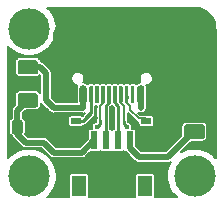
<source format=gtl>
G04 #@! TF.GenerationSoftware,KiCad,Pcbnew,(5.99.0-840-g2507f985a)*
G04 #@! TF.CreationDate,2020-03-22T20:28:13-03:00*
G04 #@! TF.ProjectId,Unified-Daughterboard,556e6966-6965-4642-9d44-617567687465,rev?*
G04 #@! TF.SameCoordinates,Original*
G04 #@! TF.FileFunction,Copper,L1,Top*
G04 #@! TF.FilePolarity,Positive*
%FSLAX46Y46*%
G04 Gerber Fmt 4.6, Leading zero omitted, Abs format (unit mm)*
G04 Created by KiCad (PCBNEW (5.99.0-840-g2507f985a)) date 2020-03-22 20:28:13*
%MOMM*%
%LPD*%
G01*
G04 APERTURE LIST*
%ADD10R,0.250000X0.550000*%
%ADD11R,0.300000X0.550000*%
%ADD12R,0.900000X0.500000*%
%ADD13O,1.100000X2.200000*%
%ADD14O,1.300000X1.900000*%
%ADD15C,3.500001*%
%ADD16R,0.600000X1.550000*%
%ADD17R,1.200000X1.800000*%
%ADD18C,0.508000*%
%ADD19C,0.450000*%
%ADD20C,0.508000*%
%ADD21C,0.254000*%
%ADD22C,0.152400*%
G04 APERTURE END LIST*
G04 #@! TA.AperFunction,SMDPad,CuDef*
G36*
X74050336Y-66145915D02*
G01*
X74090889Y-66173012D01*
X74117986Y-66213565D01*
X74127501Y-66261400D01*
X74127501Y-66561400D01*
X74117986Y-66609235D01*
X74090889Y-66649788D01*
X74050336Y-66676885D01*
X74002501Y-66686400D01*
X74002499Y-66686400D01*
X73954664Y-66676885D01*
X73914111Y-66649788D01*
X73887014Y-66609235D01*
X73877499Y-66561400D01*
X73877499Y-66261400D01*
X73887014Y-66213565D01*
X73914111Y-66173012D01*
X73954664Y-66145915D01*
X74002499Y-66136400D01*
X74002501Y-66136400D01*
X74050336Y-66145915D01*
G37*
G04 #@! TD.AperFunction*
D10*
X74502500Y-66411400D03*
D11*
X75002500Y-66411400D03*
D10*
X75502500Y-66411400D03*
X76002500Y-66411400D03*
X74502500Y-65641400D03*
X76002500Y-65641400D03*
X75502500Y-65641400D03*
X74002500Y-65641400D03*
D11*
X75002500Y-65641400D03*
G04 #@! TA.AperFunction,SMDPad,CuDef*
G36*
X82708171Y-63868030D02*
G01*
X82789277Y-63922223D01*
X82843470Y-64003329D01*
X82862500Y-64099000D01*
X82862500Y-64849000D01*
X82843470Y-64944671D01*
X82789277Y-65025777D01*
X82708171Y-65079970D01*
X82612500Y-65099000D01*
X81362500Y-65099000D01*
X81266829Y-65079970D01*
X81185723Y-65025777D01*
X81131530Y-64944671D01*
X81112500Y-64849000D01*
X81112500Y-64099000D01*
X81131530Y-64003329D01*
X81185723Y-63922223D01*
X81266829Y-63868030D01*
X81362500Y-63849000D01*
X82612500Y-63849000D01*
X82708171Y-63868030D01*
G37*
G04 #@! TD.AperFunction*
G04 #@! TA.AperFunction,SMDPad,CuDef*
G36*
X82708171Y-66668030D02*
G01*
X82789277Y-66722223D01*
X82843470Y-66803329D01*
X82862500Y-66899000D01*
X82862500Y-67649000D01*
X82843470Y-67744671D01*
X82789277Y-67825777D01*
X82708171Y-67879970D01*
X82612500Y-67899000D01*
X81362500Y-67899000D01*
X81266829Y-67879970D01*
X81185723Y-67825777D01*
X81131530Y-67744671D01*
X81112500Y-67649000D01*
X81112500Y-66899000D01*
X81131530Y-66803329D01*
X81185723Y-66722223D01*
X81266829Y-66668030D01*
X81362500Y-66649000D01*
X82612500Y-66649000D01*
X82708171Y-66668030D01*
G37*
G04 #@! TD.AperFunction*
D12*
X71954500Y-66379000D03*
X71954500Y-67879000D03*
G04 #@! TA.AperFunction,SMDPad,CuDef*
G36*
X68611171Y-64001030D02*
G01*
X68692277Y-64055223D01*
X68746470Y-64136329D01*
X68765500Y-64232000D01*
X68765500Y-64982000D01*
X68746470Y-65077671D01*
X68692277Y-65158777D01*
X68611171Y-65212970D01*
X68515500Y-65232000D01*
X67265500Y-65232000D01*
X67169829Y-65212970D01*
X67088723Y-65158777D01*
X67034530Y-65077671D01*
X67015500Y-64982000D01*
X67015500Y-64232000D01*
X67034530Y-64136329D01*
X67088723Y-64055223D01*
X67169829Y-64001030D01*
X67265500Y-63982000D01*
X68515500Y-63982000D01*
X68611171Y-64001030D01*
G37*
G04 #@! TD.AperFunction*
G04 #@! TA.AperFunction,SMDPad,CuDef*
G36*
X68611171Y-61201030D02*
G01*
X68692277Y-61255223D01*
X68746470Y-61336329D01*
X68765500Y-61432000D01*
X68765500Y-62182000D01*
X68746470Y-62277671D01*
X68692277Y-62358777D01*
X68611171Y-62412970D01*
X68515500Y-62432000D01*
X67265500Y-62432000D01*
X67169829Y-62412970D01*
X67088723Y-62358777D01*
X67034530Y-62277671D01*
X67015500Y-62182000D01*
X67015500Y-61432000D01*
X67034530Y-61336329D01*
X67088723Y-61255223D01*
X67169829Y-61201030D01*
X67265500Y-61182000D01*
X68515500Y-61182000D01*
X68611171Y-61201030D01*
G37*
G04 #@! TD.AperFunction*
G04 #@! TA.AperFunction,SMDPad,CuDef*
G36*
X70648171Y-66309030D02*
G01*
X70729277Y-66363223D01*
X70783470Y-66444329D01*
X70802500Y-66540000D01*
X70802500Y-67240000D01*
X70783470Y-67335671D01*
X70729277Y-67416777D01*
X70648171Y-67470970D01*
X70552500Y-67490000D01*
X70052500Y-67490000D01*
X69956829Y-67470970D01*
X69875723Y-67416777D01*
X69821530Y-67335671D01*
X69802500Y-67240000D01*
X69802500Y-66540000D01*
X69821530Y-66444329D01*
X69875723Y-66363223D01*
X69956829Y-66309030D01*
X70052500Y-66290000D01*
X70552500Y-66290000D01*
X70648171Y-66309030D01*
G37*
G04 #@! TD.AperFunction*
G04 #@! TA.AperFunction,SMDPad,CuDef*
G36*
X67348171Y-66309030D02*
G01*
X67429277Y-66363223D01*
X67483470Y-66444329D01*
X67502500Y-66540000D01*
X67502500Y-67240000D01*
X67483470Y-67335671D01*
X67429277Y-67416777D01*
X67348171Y-67470970D01*
X67252500Y-67490000D01*
X66752500Y-67490000D01*
X66656829Y-67470970D01*
X66575723Y-67416777D01*
X66521530Y-67335671D01*
X66502500Y-67240000D01*
X66502500Y-66540000D01*
X66521530Y-66444329D01*
X66575723Y-66363223D01*
X66656829Y-66309030D01*
X66752500Y-66290000D01*
X67252500Y-66290000D01*
X67348171Y-66309030D01*
G37*
G04 #@! TD.AperFunction*
D13*
X70702500Y-63343000D03*
D14*
X70702500Y-59143000D03*
X79302500Y-59143000D03*
G04 #@! TA.AperFunction,SMDPad,CuDef*
G36*
X78459903Y-63404418D02*
G01*
X78508566Y-63436934D01*
X78541082Y-63485597D01*
X78552500Y-63543000D01*
X78552500Y-64693000D01*
X78541082Y-64750403D01*
X78508566Y-64799066D01*
X78459903Y-64831582D01*
X78402500Y-64843000D01*
X78102500Y-64843000D01*
X78045097Y-64831582D01*
X77996434Y-64799066D01*
X77963918Y-64750403D01*
X77952500Y-64693000D01*
X77952500Y-63543000D01*
X77963918Y-63485597D01*
X77996434Y-63436934D01*
X78045097Y-63404418D01*
X78102500Y-63393000D01*
X78402500Y-63393000D01*
X78459903Y-63404418D01*
G37*
G04 #@! TD.AperFunction*
G04 #@! TA.AperFunction,SMDPad,CuDef*
G36*
X76856201Y-63398709D02*
G01*
X76880533Y-63414967D01*
X76896791Y-63439299D01*
X76902500Y-63468000D01*
X76902500Y-64768000D01*
X76896791Y-64796701D01*
X76880533Y-64821033D01*
X76856201Y-64837291D01*
X76827500Y-64843000D01*
X76677500Y-64843000D01*
X76648799Y-64837291D01*
X76624467Y-64821033D01*
X76608209Y-64796701D01*
X76602500Y-64768000D01*
X76602500Y-63468000D01*
X76608209Y-63439299D01*
X76624467Y-63414967D01*
X76648799Y-63398709D01*
X76677500Y-63393000D01*
X76827500Y-63393000D01*
X76856201Y-63398709D01*
G37*
G04 #@! TD.AperFunction*
G04 #@! TA.AperFunction,SMDPad,CuDef*
G36*
X76356201Y-63398709D02*
G01*
X76380533Y-63414967D01*
X76396791Y-63439299D01*
X76402500Y-63468000D01*
X76402500Y-64768000D01*
X76396791Y-64796701D01*
X76380533Y-64821033D01*
X76356201Y-64837291D01*
X76327500Y-64843000D01*
X76177500Y-64843000D01*
X76148799Y-64837291D01*
X76124467Y-64821033D01*
X76108209Y-64796701D01*
X76102500Y-64768000D01*
X76102500Y-63468000D01*
X76108209Y-63439299D01*
X76124467Y-63414967D01*
X76148799Y-63398709D01*
X76177500Y-63393000D01*
X76327500Y-63393000D01*
X76356201Y-63398709D01*
G37*
G04 #@! TD.AperFunction*
G04 #@! TA.AperFunction,SMDPad,CuDef*
G36*
X75856201Y-63398709D02*
G01*
X75880533Y-63414967D01*
X75896791Y-63439299D01*
X75902500Y-63468000D01*
X75902500Y-64768000D01*
X75896791Y-64796701D01*
X75880533Y-64821033D01*
X75856201Y-64837291D01*
X75827500Y-64843000D01*
X75677500Y-64843000D01*
X75648799Y-64837291D01*
X75624467Y-64821033D01*
X75608209Y-64796701D01*
X75602500Y-64768000D01*
X75602500Y-63468000D01*
X75608209Y-63439299D01*
X75624467Y-63414967D01*
X75648799Y-63398709D01*
X75677500Y-63393000D01*
X75827500Y-63393000D01*
X75856201Y-63398709D01*
G37*
G04 #@! TD.AperFunction*
G04 #@! TA.AperFunction,SMDPad,CuDef*
G36*
X75360201Y-63398709D02*
G01*
X75384533Y-63414967D01*
X75400791Y-63439299D01*
X75406500Y-63468000D01*
X75406500Y-64768000D01*
X75400791Y-64796701D01*
X75384533Y-64821033D01*
X75360201Y-64837291D01*
X75331500Y-64843000D01*
X75181500Y-64843000D01*
X75152799Y-64837291D01*
X75128467Y-64821033D01*
X75112209Y-64796701D01*
X75106500Y-64768000D01*
X75106500Y-63468000D01*
X75112209Y-63439299D01*
X75128467Y-63414967D01*
X75152799Y-63398709D01*
X75181500Y-63393000D01*
X75331500Y-63393000D01*
X75360201Y-63398709D01*
G37*
G04 #@! TD.AperFunction*
G04 #@! TA.AperFunction,SMDPad,CuDef*
G36*
X73356201Y-63398709D02*
G01*
X73380533Y-63414967D01*
X73396791Y-63439299D01*
X73402500Y-63468000D01*
X73402500Y-64768000D01*
X73396791Y-64796701D01*
X73380533Y-64821033D01*
X73356201Y-64837291D01*
X73327500Y-64843000D01*
X73177500Y-64843000D01*
X73148799Y-64837291D01*
X73124467Y-64821033D01*
X73108209Y-64796701D01*
X73102500Y-64768000D01*
X73102500Y-63468000D01*
X73108209Y-63439299D01*
X73124467Y-63414967D01*
X73148799Y-63398709D01*
X73177500Y-63393000D01*
X73327500Y-63393000D01*
X73356201Y-63398709D01*
G37*
G04 #@! TD.AperFunction*
G04 #@! TA.AperFunction,SMDPad,CuDef*
G36*
X73856201Y-63398709D02*
G01*
X73880533Y-63414967D01*
X73896791Y-63439299D01*
X73902500Y-63468000D01*
X73902500Y-64768000D01*
X73896791Y-64796701D01*
X73880533Y-64821033D01*
X73856201Y-64837291D01*
X73827500Y-64843000D01*
X73677500Y-64843000D01*
X73648799Y-64837291D01*
X73624467Y-64821033D01*
X73608209Y-64796701D01*
X73602500Y-64768000D01*
X73602500Y-63468000D01*
X73608209Y-63439299D01*
X73624467Y-63414967D01*
X73648799Y-63398709D01*
X73677500Y-63393000D01*
X73827500Y-63393000D01*
X73856201Y-63398709D01*
G37*
G04 #@! TD.AperFunction*
G04 #@! TA.AperFunction,SMDPad,CuDef*
G36*
X74356201Y-63398709D02*
G01*
X74380533Y-63414967D01*
X74396791Y-63439299D01*
X74402500Y-63468000D01*
X74402500Y-64768000D01*
X74396791Y-64796701D01*
X74380533Y-64821033D01*
X74356201Y-64837291D01*
X74327500Y-64843000D01*
X74177500Y-64843000D01*
X74148799Y-64837291D01*
X74124467Y-64821033D01*
X74108209Y-64796701D01*
X74102500Y-64768000D01*
X74102500Y-63468000D01*
X74108209Y-63439299D01*
X74124467Y-63414967D01*
X74148799Y-63398709D01*
X74177500Y-63393000D01*
X74327500Y-63393000D01*
X74356201Y-63398709D01*
G37*
G04 #@! TD.AperFunction*
G04 #@! TA.AperFunction,SMDPad,CuDef*
G36*
X74856201Y-63398709D02*
G01*
X74880533Y-63414967D01*
X74896791Y-63439299D01*
X74902500Y-63468000D01*
X74902500Y-64768000D01*
X74896791Y-64796701D01*
X74880533Y-64821033D01*
X74856201Y-64837291D01*
X74827500Y-64843000D01*
X74677500Y-64843000D01*
X74648799Y-64837291D01*
X74624467Y-64821033D01*
X74608209Y-64796701D01*
X74602500Y-64768000D01*
X74602500Y-63468000D01*
X74608209Y-63439299D01*
X74624467Y-63414967D01*
X74648799Y-63398709D01*
X74677500Y-63393000D01*
X74827500Y-63393000D01*
X74856201Y-63398709D01*
G37*
G04 #@! TD.AperFunction*
D13*
X79302500Y-63343000D03*
G04 #@! TA.AperFunction,SMDPad,CuDef*
G36*
X77659903Y-63404418D02*
G01*
X77708566Y-63436934D01*
X77741082Y-63485597D01*
X77752500Y-63543000D01*
X77752500Y-64693000D01*
X77741082Y-64750403D01*
X77708566Y-64799066D01*
X77659903Y-64831582D01*
X77602500Y-64843000D01*
X77302500Y-64843000D01*
X77245097Y-64831582D01*
X77196434Y-64799066D01*
X77163918Y-64750403D01*
X77152500Y-64693000D01*
X77152500Y-63543000D01*
X77163918Y-63485597D01*
X77196434Y-63436934D01*
X77245097Y-63404418D01*
X77302500Y-63393000D01*
X77602500Y-63393000D01*
X77659903Y-63404418D01*
G37*
G04 #@! TD.AperFunction*
G04 #@! TA.AperFunction,SMDPad,CuDef*
G36*
X71959903Y-63404418D02*
G01*
X72008566Y-63436934D01*
X72041082Y-63485597D01*
X72052500Y-63543000D01*
X72052500Y-64693000D01*
X72041082Y-64750403D01*
X72008566Y-64799066D01*
X71959903Y-64831582D01*
X71902500Y-64843000D01*
X71602500Y-64843000D01*
X71545097Y-64831582D01*
X71496434Y-64799066D01*
X71463918Y-64750403D01*
X71452500Y-64693000D01*
X71452500Y-63543000D01*
X71463918Y-63485597D01*
X71496434Y-63436934D01*
X71545097Y-63404418D01*
X71602500Y-63393000D01*
X71902500Y-63393000D01*
X71959903Y-63404418D01*
G37*
G04 #@! TD.AperFunction*
G04 #@! TA.AperFunction,SMDPad,CuDef*
G36*
X72759903Y-63404418D02*
G01*
X72808566Y-63436934D01*
X72841082Y-63485597D01*
X72852500Y-63543000D01*
X72852500Y-64693000D01*
X72841082Y-64750403D01*
X72808566Y-64799066D01*
X72759903Y-64831582D01*
X72702500Y-64843000D01*
X72402500Y-64843000D01*
X72345097Y-64831582D01*
X72296434Y-64799066D01*
X72263918Y-64750403D01*
X72252500Y-64693000D01*
X72252500Y-63543000D01*
X72263918Y-63485597D01*
X72296434Y-63436934D01*
X72345097Y-63404418D01*
X72402500Y-63393000D01*
X72702500Y-63393000D01*
X72759903Y-63404418D01*
G37*
G04 #@! TD.AperFunction*
D15*
X68004500Y-58543000D03*
X82004500Y-58543000D03*
X68004500Y-71043000D03*
X82004500Y-71043000D03*
D16*
X75504500Y-68018000D03*
X76504500Y-68018000D03*
X74504500Y-68018000D03*
X73504500Y-68018000D03*
D17*
X72204500Y-71893000D03*
X77804500Y-71893000D03*
D12*
X77923500Y-67879000D03*
X77923500Y-66379000D03*
D18*
X75502500Y-68016000D03*
X74504500Y-68018000D03*
D19*
X76272500Y-66890000D03*
X73732500Y-66890000D03*
X75002500Y-66026400D03*
D18*
X77452500Y-65239000D03*
X72552500Y-65239000D03*
D20*
X79755300Y-69430000D02*
X81987500Y-67197800D01*
X77288500Y-69430000D02*
X79755300Y-69430000D01*
D21*
X74504500Y-68018000D02*
X74504500Y-66892000D01*
X74504500Y-66892000D02*
X74502500Y-66890000D01*
X75502500Y-66890000D02*
X75502500Y-68016000D01*
X75502500Y-68016000D02*
X75504500Y-68018000D01*
X74502500Y-66890000D02*
X74502500Y-66411400D01*
X75502500Y-66890000D02*
X75502500Y-66411400D01*
X75256500Y-63568000D02*
X75256500Y-64842828D01*
X75256500Y-64842828D02*
X75502500Y-65088828D01*
X74502500Y-65088828D02*
X74502500Y-65057432D01*
X74502500Y-65057432D02*
X74752500Y-64807432D01*
X74752500Y-64807432D02*
X74752500Y-63568000D01*
X75502500Y-66890000D02*
X75502500Y-65088828D01*
X74502500Y-66890000D02*
X74502500Y-65088828D01*
X75502500Y-66890000D02*
X75502500Y-65641400D01*
X76002500Y-66411400D02*
X76002500Y-66620000D01*
X76002500Y-66620000D02*
X76272500Y-66890000D01*
X74002500Y-66411400D02*
X74002500Y-66620000D01*
X74002500Y-66620000D02*
X73732500Y-66890000D01*
D20*
X67129500Y-65368000D02*
X67890500Y-64607000D01*
X70059910Y-65249410D02*
X72542090Y-65249410D01*
X69414718Y-64604218D02*
X70059910Y-65249410D01*
X67890500Y-61807000D02*
X68903500Y-61807000D01*
X69414718Y-62318218D02*
X69414718Y-64604218D01*
X68903500Y-61807000D02*
X69414718Y-62318218D01*
X72542090Y-65249410D02*
X72552500Y-65239000D01*
D22*
X72834500Y-66013000D02*
X73252500Y-65595000D01*
X77261700Y-66140000D02*
X76526500Y-65404800D01*
X76252500Y-64840445D02*
X76252500Y-63568000D01*
X77923500Y-66140000D02*
X77261700Y-66140000D01*
X76526500Y-65404800D02*
X76526500Y-65114445D01*
X76526500Y-65114445D02*
X76252500Y-64840445D01*
D20*
X72473500Y-69049000D02*
X73504500Y-68018000D01*
X77452500Y-64895480D02*
X77452500Y-65239000D01*
X72552500Y-64895480D02*
X72552500Y-65239000D01*
X72552500Y-63568000D02*
X72552500Y-64895480D01*
D22*
X73252500Y-63568000D02*
X73252500Y-65595000D01*
D20*
X76504500Y-68646000D02*
X77288500Y-69430000D01*
X76504500Y-68018000D02*
X76504500Y-68646000D01*
D22*
X76002500Y-66411400D02*
X76002500Y-65088828D01*
X76002500Y-65088828D02*
X75752500Y-64838828D01*
X75752500Y-64838828D02*
X75752500Y-63568000D01*
X75502500Y-66411400D02*
X75502500Y-65088828D01*
X74002500Y-66411400D02*
X74002500Y-65088828D01*
X74002500Y-65088828D02*
X74252500Y-64838828D01*
X74252500Y-64838828D02*
X74252500Y-63568000D01*
X74502500Y-66411400D02*
X74502500Y-65088828D01*
D20*
X77452500Y-63568000D02*
X77452500Y-64895480D01*
D21*
X75504500Y-68018000D02*
X75504500Y-68018000D01*
D20*
X73504500Y-67814000D02*
X73504500Y-68018000D01*
X73504500Y-68018000D02*
X73504500Y-68018000D01*
D21*
X76254500Y-64238000D02*
X76254500Y-64389000D01*
X76254500Y-64389000D02*
X76231501Y-64411999D01*
D20*
X79324500Y-59143000D02*
X79324500Y-59283000D01*
X68004500Y-71043000D02*
X68004500Y-70950000D01*
X71105900Y-69049000D02*
X70369300Y-69049000D01*
X71105900Y-69049000D02*
X72473500Y-69049000D01*
X70064500Y-69049000D02*
X72473500Y-69049000D01*
X69231000Y-68215500D02*
X70064500Y-69049000D01*
D21*
X73252500Y-63568000D02*
X73252500Y-65704000D01*
X72577500Y-66379000D02*
X71954500Y-66379000D01*
X73252500Y-65704000D02*
X72577500Y-66379000D01*
D20*
X67002500Y-65495000D02*
X67890500Y-64607000D01*
X67002500Y-66890000D02*
X67002500Y-65495000D01*
X67002500Y-66890000D02*
X67002500Y-67511000D01*
X67707000Y-68215500D02*
X68596000Y-68215500D01*
X67002500Y-67511000D02*
X67707000Y-68215500D01*
X68074000Y-68215500D02*
X68596000Y-68215500D01*
X68596000Y-68215500D02*
X69231000Y-68215500D01*
G36*
X81973471Y-56773072D02*
G01*
X81983129Y-56775046D01*
X82253387Y-56794182D01*
X82497329Y-56846701D01*
X82731414Y-56933059D01*
X82951008Y-57051546D01*
X83151714Y-57199789D01*
X83329522Y-57374827D01*
X83480904Y-57573184D01*
X83602826Y-57790891D01*
X83692852Y-58023592D01*
X83749192Y-58266661D01*
X83771356Y-58522579D01*
X83771570Y-58549760D01*
X83772933Y-58559523D01*
X83776900Y-58573876D01*
X83776901Y-69521699D01*
X83749275Y-69486339D01*
X83745949Y-69482619D01*
X83528069Y-69269255D01*
X83524281Y-69266008D01*
X83280096Y-69083335D01*
X83275912Y-69080617D01*
X83009712Y-68931843D01*
X83005205Y-68929703D01*
X82721668Y-68817443D01*
X82716918Y-68815918D01*
X82421024Y-68742143D01*
X82416113Y-68741260D01*
X82113062Y-68707268D01*
X82108078Y-68707041D01*
X81803193Y-68713428D01*
X81798223Y-68713863D01*
X81496860Y-68760516D01*
X81491991Y-68761604D01*
X81199447Y-68847705D01*
X81194765Y-68849428D01*
X80916177Y-68973462D01*
X80911763Y-68975789D01*
X80864102Y-69005110D01*
X81739627Y-68129586D01*
X82611297Y-68129586D01*
X82618650Y-68128862D01*
X82786547Y-68095465D01*
X82800233Y-68089796D01*
X82945654Y-67992629D01*
X82956129Y-67982154D01*
X83053296Y-67836733D01*
X83058965Y-67823047D01*
X83092362Y-67655150D01*
X83093086Y-67647797D01*
X83093086Y-66900203D01*
X83092362Y-66892850D01*
X83058965Y-66724953D01*
X83053296Y-66711267D01*
X82956129Y-66565846D01*
X82945654Y-66555371D01*
X82800233Y-66458204D01*
X82786547Y-66452535D01*
X82618650Y-66419138D01*
X82611297Y-66418414D01*
X81363703Y-66418414D01*
X81356350Y-66419138D01*
X81188453Y-66452535D01*
X81174767Y-66458204D01*
X81029346Y-66555371D01*
X81018871Y-66565846D01*
X80921704Y-66711267D01*
X80916035Y-66724953D01*
X80882638Y-66892850D01*
X80881914Y-66900203D01*
X80881914Y-67619473D01*
X79554988Y-68946400D01*
X77488813Y-68946400D01*
X77035086Y-68492674D01*
X77035086Y-67239306D01*
X77034362Y-67231953D01*
X77020368Y-67161601D01*
X77014699Y-67147915D01*
X76972785Y-67085188D01*
X76962312Y-67074715D01*
X76899585Y-67032801D01*
X76885899Y-67027132D01*
X76815547Y-67013138D01*
X76808194Y-67012414D01*
X76713849Y-67012414D01*
X76724209Y-66987402D01*
X76727099Y-66972874D01*
X76727099Y-66807126D01*
X76724209Y-66792598D01*
X76660780Y-66639467D01*
X76652551Y-66627151D01*
X76535349Y-66509949D01*
X76523033Y-66501720D01*
X76369902Y-66438291D01*
X76359100Y-66436142D01*
X76359100Y-66375458D01*
X76358155Y-66367069D01*
X76358086Y-66366766D01*
X76358086Y-66132706D01*
X76357362Y-66125353D01*
X76343368Y-66055001D01*
X76337699Y-66041315D01*
X76327733Y-66026400D01*
X76337699Y-66011485D01*
X76343368Y-65997799D01*
X76357362Y-65927447D01*
X76358086Y-65920094D01*
X76358086Y-65668852D01*
X77071218Y-66381985D01*
X77071225Y-66381990D01*
X77096159Y-66406925D01*
X77113307Y-66416825D01*
X77143670Y-66424961D01*
X77170885Y-66440674D01*
X77190011Y-66445799D01*
X77226724Y-66445799D01*
X77226732Y-66445800D01*
X77242914Y-66445800D01*
X77242914Y-66632694D01*
X77243638Y-66640047D01*
X77257632Y-66710399D01*
X77263301Y-66724085D01*
X77305215Y-66786812D01*
X77315688Y-66797285D01*
X77378415Y-66839199D01*
X77392101Y-66844868D01*
X77462453Y-66858862D01*
X77469806Y-66859586D01*
X78377194Y-66859586D01*
X78384547Y-66858862D01*
X78454899Y-66844868D01*
X78468585Y-66839199D01*
X78531312Y-66797285D01*
X78541785Y-66786812D01*
X78583699Y-66724085D01*
X78589368Y-66710399D01*
X78603362Y-66640047D01*
X78604086Y-66632694D01*
X78604086Y-66125306D01*
X78603362Y-66117953D01*
X78589368Y-66047601D01*
X78583699Y-66033915D01*
X78541785Y-65971188D01*
X78531312Y-65960715D01*
X78468585Y-65918801D01*
X78454899Y-65913132D01*
X78384547Y-65899138D01*
X78377194Y-65898414D01*
X78114379Y-65898414D01*
X78089041Y-65873075D01*
X78071893Y-65863175D01*
X77968559Y-65835487D01*
X77958786Y-65834200D01*
X77388366Y-65834200D01*
X77220522Y-65666357D01*
X77223435Y-65667563D01*
X77257530Y-65690345D01*
X77271215Y-65696014D01*
X77311438Y-65704015D01*
X77349329Y-65719710D01*
X77363858Y-65722600D01*
X77404870Y-65722600D01*
X77445093Y-65730601D01*
X77459907Y-65730601D01*
X77500130Y-65722600D01*
X77541142Y-65722600D01*
X77555671Y-65719710D01*
X77593563Y-65704015D01*
X77633785Y-65696014D01*
X77647470Y-65690345D01*
X77681570Y-65667562D01*
X77719461Y-65651866D01*
X77731777Y-65643637D01*
X77760774Y-65614639D01*
X77794877Y-65591852D01*
X77805352Y-65581377D01*
X77828137Y-65547276D01*
X77857137Y-65518277D01*
X77865366Y-65505961D01*
X77881062Y-65468070D01*
X77903845Y-65433970D01*
X77909514Y-65420285D01*
X77917515Y-65380063D01*
X77933210Y-65342171D01*
X77936100Y-65327642D01*
X77936100Y-64866057D01*
X77951057Y-64843673D01*
X77956726Y-64829987D01*
X77982362Y-64701110D01*
X77983086Y-64693756D01*
X77983086Y-63542244D01*
X77982362Y-63534890D01*
X77956726Y-63406013D01*
X77951057Y-63392328D01*
X77919776Y-63345511D01*
X78033973Y-63331287D01*
X78044311Y-63328469D01*
X78179647Y-63269903D01*
X78188779Y-63264297D01*
X78302236Y-63170102D01*
X78309427Y-63162158D01*
X78391887Y-63039905D01*
X78396559Y-63030262D01*
X78441464Y-62889559D01*
X78443251Y-62878526D01*
X78445201Y-62718956D01*
X78443684Y-62707882D01*
X78402231Y-62566125D01*
X78397796Y-62556371D01*
X78318346Y-62432139D01*
X78311352Y-62424022D01*
X78200228Y-62327083D01*
X78191237Y-62321255D01*
X78057373Y-62259401D01*
X78047107Y-62256331D01*
X77901263Y-62234534D01*
X77890548Y-62234469D01*
X77744448Y-62254482D01*
X77734146Y-62257426D01*
X77599536Y-62317641D01*
X77590474Y-62323358D01*
X77478174Y-62418933D01*
X77471082Y-62426964D01*
X77390121Y-62550215D01*
X77385567Y-62559914D01*
X77342453Y-62700935D01*
X77340804Y-62711522D01*
X77339002Y-62858975D01*
X77340391Y-62869600D01*
X77380048Y-63011631D01*
X77384363Y-63021438D01*
X77421495Y-63081093D01*
X77271215Y-63110986D01*
X77257529Y-63116655D01*
X77110123Y-63215148D01*
X77099649Y-63225623D01*
X77095203Y-63232277D01*
X77051147Y-63261714D01*
X77048389Y-63257586D01*
X77037914Y-63247111D01*
X76950379Y-63188622D01*
X76936693Y-63182953D01*
X76837079Y-63163138D01*
X76829725Y-63162414D01*
X76675275Y-63162414D01*
X76667921Y-63163138D01*
X76568307Y-63182953D01*
X76554621Y-63188622D01*
X76502500Y-63223448D01*
X76450379Y-63188622D01*
X76436693Y-63182953D01*
X76337079Y-63163138D01*
X76329725Y-63162414D01*
X76175275Y-63162414D01*
X76167921Y-63163138D01*
X76068307Y-63182953D01*
X76054621Y-63188622D01*
X76002500Y-63223448D01*
X75950379Y-63188622D01*
X75936693Y-63182953D01*
X75837079Y-63163138D01*
X75829725Y-63162414D01*
X75675275Y-63162414D01*
X75667921Y-63163138D01*
X75568307Y-63182953D01*
X75554621Y-63188622D01*
X75504500Y-63222112D01*
X75454379Y-63188622D01*
X75440693Y-63182953D01*
X75341079Y-63163138D01*
X75333725Y-63162414D01*
X75179275Y-63162414D01*
X75171921Y-63163138D01*
X75072307Y-63182953D01*
X75058621Y-63188622D01*
X75004500Y-63224784D01*
X74950379Y-63188622D01*
X74936693Y-63182953D01*
X74837079Y-63163138D01*
X74829725Y-63162414D01*
X74675275Y-63162414D01*
X74667921Y-63163138D01*
X74568307Y-63182953D01*
X74554621Y-63188622D01*
X74502500Y-63223448D01*
X74450379Y-63188622D01*
X74436693Y-63182953D01*
X74337079Y-63163138D01*
X74329725Y-63162414D01*
X74175275Y-63162414D01*
X74167921Y-63163138D01*
X74068307Y-63182953D01*
X74054621Y-63188622D01*
X74002500Y-63223448D01*
X73950379Y-63188622D01*
X73936693Y-63182953D01*
X73837079Y-63163138D01*
X73829725Y-63162414D01*
X73675275Y-63162414D01*
X73667921Y-63163138D01*
X73568307Y-63182953D01*
X73554621Y-63188622D01*
X73502500Y-63223448D01*
X73450379Y-63188622D01*
X73436693Y-63182953D01*
X73337079Y-63163138D01*
X73329725Y-63162414D01*
X73175275Y-63162414D01*
X73167921Y-63163138D01*
X73068307Y-63182953D01*
X73054621Y-63188622D01*
X72967086Y-63247111D01*
X72956611Y-63257586D01*
X72953853Y-63261714D01*
X72909798Y-63232278D01*
X72905351Y-63225622D01*
X72894877Y-63215148D01*
X72747469Y-63116655D01*
X72733784Y-63110986D01*
X72584035Y-63081198D01*
X72611887Y-63039905D01*
X72616559Y-63030262D01*
X72661464Y-62889559D01*
X72663251Y-62878526D01*
X72665201Y-62718956D01*
X72663684Y-62707882D01*
X72622231Y-62566125D01*
X72617796Y-62556371D01*
X72538346Y-62432139D01*
X72531352Y-62424022D01*
X72420228Y-62327083D01*
X72411237Y-62321255D01*
X72277373Y-62259401D01*
X72267107Y-62256331D01*
X72121263Y-62234534D01*
X72110548Y-62234469D01*
X71964448Y-62254482D01*
X71954146Y-62257426D01*
X71819536Y-62317641D01*
X71810474Y-62323358D01*
X71698174Y-62418933D01*
X71691082Y-62426964D01*
X71610121Y-62550215D01*
X71605567Y-62559914D01*
X71562453Y-62700935D01*
X71560804Y-62711522D01*
X71559002Y-62858975D01*
X71560391Y-62869600D01*
X71600048Y-63011631D01*
X71604363Y-63021438D01*
X71682289Y-63146632D01*
X71689184Y-63154834D01*
X71799115Y-63253123D01*
X71808034Y-63259060D01*
X71941133Y-63322545D01*
X71951360Y-63325740D01*
X72084073Y-63347235D01*
X72053943Y-63392328D01*
X72048274Y-63406013D01*
X72022638Y-63534890D01*
X72021914Y-63542244D01*
X72021914Y-64693756D01*
X72022638Y-64701110D01*
X72035508Y-64765810D01*
X70260223Y-64765810D01*
X69898318Y-64403906D01*
X69898318Y-62365842D01*
X69906318Y-62325624D01*
X69906318Y-62310810D01*
X69897595Y-62266958D01*
X69897594Y-62266947D01*
X69871732Y-62136933D01*
X69866063Y-62123247D01*
X69767570Y-61975841D01*
X69757095Y-61965366D01*
X69722992Y-61942579D01*
X69279141Y-61498729D01*
X69256352Y-61464623D01*
X69245877Y-61454148D01*
X69098471Y-61355655D01*
X69084785Y-61349986D01*
X68975966Y-61328340D01*
X68961965Y-61257953D01*
X68956296Y-61244267D01*
X68859129Y-61098846D01*
X68848654Y-61088371D01*
X68703233Y-60991204D01*
X68689547Y-60985535D01*
X68521650Y-60952138D01*
X68514297Y-60951414D01*
X67266703Y-60951414D01*
X67259350Y-60952138D01*
X67091453Y-60985535D01*
X67077767Y-60991204D01*
X66932346Y-61088371D01*
X66921871Y-61098846D01*
X66824704Y-61244267D01*
X66819035Y-61257953D01*
X66785638Y-61425850D01*
X66784914Y-61433203D01*
X66784914Y-62180797D01*
X66785638Y-62188150D01*
X66819035Y-62356047D01*
X66824704Y-62369733D01*
X66921871Y-62515154D01*
X66932346Y-62525629D01*
X67077767Y-62622796D01*
X67091453Y-62628465D01*
X67259350Y-62661862D01*
X67266703Y-62662586D01*
X68514297Y-62662586D01*
X68521650Y-62661862D01*
X68689547Y-62628465D01*
X68703233Y-62622796D01*
X68848654Y-62525629D01*
X68859129Y-62515154D01*
X68886611Y-62474024D01*
X68931118Y-62518531D01*
X68931119Y-64006586D01*
X68859129Y-63898846D01*
X68848654Y-63888371D01*
X68703233Y-63791204D01*
X68689547Y-63785535D01*
X68521650Y-63752138D01*
X68514297Y-63751414D01*
X67266703Y-63751414D01*
X67259350Y-63752138D01*
X67091453Y-63785535D01*
X67077767Y-63791204D01*
X66932346Y-63888371D01*
X66921871Y-63898846D01*
X66824704Y-64044267D01*
X66819035Y-64057953D01*
X66785638Y-64225850D01*
X66784914Y-64233203D01*
X66784914Y-64980797D01*
X66785638Y-64988150D01*
X66792241Y-65021347D01*
X66694227Y-65119361D01*
X66660124Y-65142148D01*
X66649649Y-65152623D01*
X66624802Y-65189809D01*
X66551155Y-65300030D01*
X66545486Y-65313716D01*
X66510899Y-65487593D01*
X66510899Y-65502407D01*
X66518901Y-65542635D01*
X66518901Y-66129850D01*
X66419346Y-66196371D01*
X66408871Y-66206846D01*
X66311704Y-66352267D01*
X66306035Y-66365953D01*
X66272638Y-66533850D01*
X66271914Y-66541203D01*
X66271914Y-67238797D01*
X66272638Y-67246150D01*
X66306035Y-67414047D01*
X66311704Y-67427733D01*
X66408871Y-67573154D01*
X66419346Y-67583629D01*
X66539895Y-67664178D01*
X66545486Y-67692284D01*
X66551155Y-67705970D01*
X66622749Y-67813119D01*
X66649649Y-67853377D01*
X66660124Y-67863852D01*
X66694227Y-67886639D01*
X67331363Y-68523776D01*
X67354148Y-68557877D01*
X67364623Y-68568352D01*
X67512029Y-68666845D01*
X67525715Y-68672514D01*
X67655729Y-68698376D01*
X67655740Y-68698377D01*
X67699592Y-68707100D01*
X67714406Y-68707100D01*
X67754624Y-68699100D01*
X69030688Y-68699100D01*
X69688863Y-69357276D01*
X69711648Y-69391377D01*
X69722123Y-69401852D01*
X69762380Y-69428751D01*
X69869530Y-69500345D01*
X69883215Y-69506014D01*
X70057092Y-69540601D01*
X70071906Y-69540601D01*
X70112129Y-69532600D01*
X72425870Y-69532600D01*
X72466093Y-69540601D01*
X72480907Y-69540601D01*
X72528394Y-69531155D01*
X72654785Y-69506014D01*
X72668471Y-69500345D01*
X72815877Y-69401852D01*
X72826352Y-69391377D01*
X72849141Y-69357271D01*
X73185193Y-69021219D01*
X73193452Y-69022862D01*
X73200806Y-69023586D01*
X73808194Y-69023586D01*
X73815547Y-69022862D01*
X73885899Y-69008868D01*
X73899585Y-69003199D01*
X73962312Y-68961285D01*
X73972785Y-68950812D01*
X74004500Y-68903348D01*
X74036215Y-68950812D01*
X74046688Y-68961285D01*
X74109415Y-69003199D01*
X74123101Y-69008868D01*
X74193453Y-69022862D01*
X74200806Y-69023586D01*
X74808194Y-69023586D01*
X74815547Y-69022862D01*
X74885899Y-69008868D01*
X74899585Y-69003199D01*
X74962312Y-68961285D01*
X74972785Y-68950812D01*
X75004500Y-68903348D01*
X75036215Y-68950812D01*
X75046688Y-68961285D01*
X75109415Y-69003199D01*
X75123101Y-69008868D01*
X75193453Y-69022862D01*
X75200806Y-69023586D01*
X75808194Y-69023586D01*
X75815547Y-69022862D01*
X75885899Y-69008868D01*
X75899585Y-69003199D01*
X75962312Y-68961285D01*
X75972785Y-68950812D01*
X76004500Y-68903348D01*
X76036215Y-68950812D01*
X76046688Y-68961285D01*
X76109415Y-69003199D01*
X76123101Y-69008868D01*
X76193453Y-69022862D01*
X76197887Y-69023299D01*
X76912863Y-69738276D01*
X76935648Y-69772377D01*
X76946123Y-69782852D01*
X77093529Y-69881345D01*
X77107215Y-69887014D01*
X77237229Y-69912876D01*
X77237240Y-69912877D01*
X77281092Y-69921600D01*
X77295906Y-69921600D01*
X77336124Y-69913600D01*
X79707670Y-69913600D01*
X79747893Y-69921601D01*
X79762707Y-69921601D01*
X79810194Y-69912155D01*
X79936585Y-69887014D01*
X79950271Y-69881345D01*
X79995704Y-69850988D01*
X79872755Y-70082220D01*
X79870710Y-70086771D01*
X79764412Y-70372598D01*
X79762986Y-70377379D01*
X79695425Y-70674753D01*
X79694645Y-70679681D01*
X79667006Y-70983378D01*
X79666884Y-70988366D01*
X79679654Y-71293049D01*
X79680193Y-71298010D01*
X79733148Y-71598329D01*
X79734338Y-71603174D01*
X79826545Y-71893852D01*
X79828366Y-71898497D01*
X79958208Y-72174426D01*
X79960627Y-72178790D01*
X80125823Y-72435121D01*
X80128797Y-72439127D01*
X80326442Y-72671360D01*
X80329920Y-72674937D01*
X80485920Y-72815400D01*
X78632104Y-72815400D01*
X78634362Y-72804047D01*
X78635086Y-72796694D01*
X78635086Y-70989306D01*
X78634362Y-70981953D01*
X78620368Y-70911601D01*
X78614699Y-70897915D01*
X78572785Y-70835188D01*
X78562312Y-70824715D01*
X78499585Y-70782801D01*
X78485899Y-70777132D01*
X78415547Y-70763138D01*
X78408194Y-70762414D01*
X77200806Y-70762414D01*
X77193453Y-70763138D01*
X77123101Y-70777132D01*
X77109415Y-70782801D01*
X77046688Y-70824715D01*
X77036215Y-70835188D01*
X76994301Y-70897915D01*
X76988632Y-70911601D01*
X76974638Y-70981953D01*
X76973914Y-70989306D01*
X76973914Y-72796694D01*
X76974638Y-72804047D01*
X76976896Y-72815400D01*
X73032104Y-72815400D01*
X73034362Y-72804047D01*
X73035086Y-72796694D01*
X73035086Y-70989306D01*
X73034362Y-70981953D01*
X73020368Y-70911601D01*
X73014699Y-70897915D01*
X72972785Y-70835188D01*
X72962312Y-70824715D01*
X72899585Y-70782801D01*
X72885899Y-70777132D01*
X72815547Y-70763138D01*
X72808194Y-70762414D01*
X71600806Y-70762414D01*
X71593453Y-70763138D01*
X71523101Y-70777132D01*
X71509415Y-70782801D01*
X71446688Y-70824715D01*
X71436215Y-70835188D01*
X71394301Y-70897915D01*
X71388632Y-70911601D01*
X71374638Y-70981953D01*
X71373914Y-70989306D01*
X71373914Y-72796694D01*
X71374638Y-72804047D01*
X71376896Y-72815400D01*
X69522562Y-72815400D01*
X69667646Y-72686588D01*
X69671149Y-72683036D01*
X69870410Y-72452188D01*
X69873413Y-72448203D01*
X70040394Y-72193030D01*
X70042843Y-72188684D01*
X70174609Y-71913668D01*
X70176462Y-71909036D01*
X70270696Y-71619009D01*
X70271920Y-71614173D01*
X70327053Y-71313778D01*
X70327660Y-71307900D01*
X70337828Y-70891903D01*
X70337508Y-70886002D01*
X70297115Y-70583273D01*
X70296129Y-70578382D01*
X70216174Y-70284098D01*
X70214550Y-70279380D01*
X70096375Y-69998256D01*
X70094141Y-69993795D01*
X69939826Y-69730771D01*
X69937021Y-69726644D01*
X69749275Y-69486339D01*
X69745949Y-69482619D01*
X69528069Y-69269255D01*
X69524281Y-69266008D01*
X69280096Y-69083335D01*
X69275912Y-69080617D01*
X69009712Y-68931843D01*
X69005205Y-68929703D01*
X68721668Y-68817443D01*
X68716918Y-68815918D01*
X68421024Y-68742143D01*
X68416113Y-68741260D01*
X68113062Y-68707268D01*
X68108078Y-68707041D01*
X67803193Y-68713428D01*
X67798223Y-68713863D01*
X67496860Y-68760516D01*
X67491991Y-68761604D01*
X67199447Y-68847705D01*
X67194765Y-68849428D01*
X66916177Y-68973462D01*
X66911763Y-68975789D01*
X66652027Y-69135580D01*
X66647961Y-69138471D01*
X66411640Y-69331209D01*
X66407991Y-69334611D01*
X66232100Y-69521916D01*
X66232100Y-60060508D01*
X66326442Y-60171360D01*
X66329920Y-60174937D01*
X66556544Y-60378990D01*
X66560465Y-60382075D01*
X66812085Y-60554363D01*
X66816379Y-60556903D01*
X67088576Y-60694398D01*
X67093168Y-60696348D01*
X67381157Y-60796636D01*
X67385967Y-60797961D01*
X67684691Y-60859281D01*
X67689634Y-60859958D01*
X67993843Y-60881230D01*
X67998832Y-60881247D01*
X68303183Y-60862099D01*
X68308130Y-60861456D01*
X68607274Y-60802224D01*
X68612094Y-60800933D01*
X68900777Y-60702658D01*
X68905383Y-60700741D01*
X69178532Y-60565148D01*
X69182844Y-60562639D01*
X69435660Y-60392112D01*
X69439603Y-60389054D01*
X69667646Y-60186588D01*
X69671149Y-60183036D01*
X69870410Y-59952188D01*
X69873413Y-59948203D01*
X70040394Y-59693030D01*
X70042843Y-59688684D01*
X70174609Y-59413668D01*
X70176462Y-59409036D01*
X70270696Y-59119009D01*
X70271920Y-59114173D01*
X70327053Y-58813778D01*
X70327660Y-58807900D01*
X70337828Y-58391903D01*
X70337508Y-58386002D01*
X70297115Y-58083273D01*
X70296129Y-58078382D01*
X70216174Y-57784098D01*
X70214550Y-57779380D01*
X70096375Y-57498256D01*
X70094141Y-57493795D01*
X69939826Y-57230771D01*
X69937021Y-57226644D01*
X69749275Y-56986339D01*
X69745949Y-56982619D01*
X69529442Y-56770600D01*
X81966311Y-56770600D01*
X81973471Y-56773072D01*
G37*
D22*
X81973471Y-56773072D02*
X81983129Y-56775046D01*
X82253387Y-56794182D01*
X82497329Y-56846701D01*
X82731414Y-56933059D01*
X82951008Y-57051546D01*
X83151714Y-57199789D01*
X83329522Y-57374827D01*
X83480904Y-57573184D01*
X83602826Y-57790891D01*
X83692852Y-58023592D01*
X83749192Y-58266661D01*
X83771356Y-58522579D01*
X83771570Y-58549760D01*
X83772933Y-58559523D01*
X83776900Y-58573876D01*
X83776901Y-69521699D01*
X83749275Y-69486339D01*
X83745949Y-69482619D01*
X83528069Y-69269255D01*
X83524281Y-69266008D01*
X83280096Y-69083335D01*
X83275912Y-69080617D01*
X83009712Y-68931843D01*
X83005205Y-68929703D01*
X82721668Y-68817443D01*
X82716918Y-68815918D01*
X82421024Y-68742143D01*
X82416113Y-68741260D01*
X82113062Y-68707268D01*
X82108078Y-68707041D01*
X81803193Y-68713428D01*
X81798223Y-68713863D01*
X81496860Y-68760516D01*
X81491991Y-68761604D01*
X81199447Y-68847705D01*
X81194765Y-68849428D01*
X80916177Y-68973462D01*
X80911763Y-68975789D01*
X80864102Y-69005110D01*
X81739627Y-68129586D01*
X82611297Y-68129586D01*
X82618650Y-68128862D01*
X82786547Y-68095465D01*
X82800233Y-68089796D01*
X82945654Y-67992629D01*
X82956129Y-67982154D01*
X83053296Y-67836733D01*
X83058965Y-67823047D01*
X83092362Y-67655150D01*
X83093086Y-67647797D01*
X83093086Y-66900203D01*
X83092362Y-66892850D01*
X83058965Y-66724953D01*
X83053296Y-66711267D01*
X82956129Y-66565846D01*
X82945654Y-66555371D01*
X82800233Y-66458204D01*
X82786547Y-66452535D01*
X82618650Y-66419138D01*
X82611297Y-66418414D01*
X81363703Y-66418414D01*
X81356350Y-66419138D01*
X81188453Y-66452535D01*
X81174767Y-66458204D01*
X81029346Y-66555371D01*
X81018871Y-66565846D01*
X80921704Y-66711267D01*
X80916035Y-66724953D01*
X80882638Y-66892850D01*
X80881914Y-66900203D01*
X80881914Y-67619473D01*
X79554988Y-68946400D01*
X77488813Y-68946400D01*
X77035086Y-68492674D01*
X77035086Y-67239306D01*
X77034362Y-67231953D01*
X77020368Y-67161601D01*
X77014699Y-67147915D01*
X76972785Y-67085188D01*
X76962312Y-67074715D01*
X76899585Y-67032801D01*
X76885899Y-67027132D01*
X76815547Y-67013138D01*
X76808194Y-67012414D01*
X76713849Y-67012414D01*
X76724209Y-66987402D01*
X76727099Y-66972874D01*
X76727099Y-66807126D01*
X76724209Y-66792598D01*
X76660780Y-66639467D01*
X76652551Y-66627151D01*
X76535349Y-66509949D01*
X76523033Y-66501720D01*
X76369902Y-66438291D01*
X76359100Y-66436142D01*
X76359100Y-66375458D01*
X76358155Y-66367069D01*
X76358086Y-66366766D01*
X76358086Y-66132706D01*
X76357362Y-66125353D01*
X76343368Y-66055001D01*
X76337699Y-66041315D01*
X76327733Y-66026400D01*
X76337699Y-66011485D01*
X76343368Y-65997799D01*
X76357362Y-65927447D01*
X76358086Y-65920094D01*
X76358086Y-65668852D01*
X77071218Y-66381985D01*
X77071225Y-66381990D01*
X77096159Y-66406925D01*
X77113307Y-66416825D01*
X77143670Y-66424961D01*
X77170885Y-66440674D01*
X77190011Y-66445799D01*
X77226724Y-66445799D01*
X77226732Y-66445800D01*
X77242914Y-66445800D01*
X77242914Y-66632694D01*
X77243638Y-66640047D01*
X77257632Y-66710399D01*
X77263301Y-66724085D01*
X77305215Y-66786812D01*
X77315688Y-66797285D01*
X77378415Y-66839199D01*
X77392101Y-66844868D01*
X77462453Y-66858862D01*
X77469806Y-66859586D01*
X78377194Y-66859586D01*
X78384547Y-66858862D01*
X78454899Y-66844868D01*
X78468585Y-66839199D01*
X78531312Y-66797285D01*
X78541785Y-66786812D01*
X78583699Y-66724085D01*
X78589368Y-66710399D01*
X78603362Y-66640047D01*
X78604086Y-66632694D01*
X78604086Y-66125306D01*
X78603362Y-66117953D01*
X78589368Y-66047601D01*
X78583699Y-66033915D01*
X78541785Y-65971188D01*
X78531312Y-65960715D01*
X78468585Y-65918801D01*
X78454899Y-65913132D01*
X78384547Y-65899138D01*
X78377194Y-65898414D01*
X78114379Y-65898414D01*
X78089041Y-65873075D01*
X78071893Y-65863175D01*
X77968559Y-65835487D01*
X77958786Y-65834200D01*
X77388366Y-65834200D01*
X77220522Y-65666357D01*
X77223435Y-65667563D01*
X77257530Y-65690345D01*
X77271215Y-65696014D01*
X77311438Y-65704015D01*
X77349329Y-65719710D01*
X77363858Y-65722600D01*
X77404870Y-65722600D01*
X77445093Y-65730601D01*
X77459907Y-65730601D01*
X77500130Y-65722600D01*
X77541142Y-65722600D01*
X77555671Y-65719710D01*
X77593563Y-65704015D01*
X77633785Y-65696014D01*
X77647470Y-65690345D01*
X77681570Y-65667562D01*
X77719461Y-65651866D01*
X77731777Y-65643637D01*
X77760774Y-65614639D01*
X77794877Y-65591852D01*
X77805352Y-65581377D01*
X77828137Y-65547276D01*
X77857137Y-65518277D01*
X77865366Y-65505961D01*
X77881062Y-65468070D01*
X77903845Y-65433970D01*
X77909514Y-65420285D01*
X77917515Y-65380063D01*
X77933210Y-65342171D01*
X77936100Y-65327642D01*
X77936100Y-64866057D01*
X77951057Y-64843673D01*
X77956726Y-64829987D01*
X77982362Y-64701110D01*
X77983086Y-64693756D01*
X77983086Y-63542244D01*
X77982362Y-63534890D01*
X77956726Y-63406013D01*
X77951057Y-63392328D01*
X77919776Y-63345511D01*
X78033973Y-63331287D01*
X78044311Y-63328469D01*
X78179647Y-63269903D01*
X78188779Y-63264297D01*
X78302236Y-63170102D01*
X78309427Y-63162158D01*
X78391887Y-63039905D01*
X78396559Y-63030262D01*
X78441464Y-62889559D01*
X78443251Y-62878526D01*
X78445201Y-62718956D01*
X78443684Y-62707882D01*
X78402231Y-62566125D01*
X78397796Y-62556371D01*
X78318346Y-62432139D01*
X78311352Y-62424022D01*
X78200228Y-62327083D01*
X78191237Y-62321255D01*
X78057373Y-62259401D01*
X78047107Y-62256331D01*
X77901263Y-62234534D01*
X77890548Y-62234469D01*
X77744448Y-62254482D01*
X77734146Y-62257426D01*
X77599536Y-62317641D01*
X77590474Y-62323358D01*
X77478174Y-62418933D01*
X77471082Y-62426964D01*
X77390121Y-62550215D01*
X77385567Y-62559914D01*
X77342453Y-62700935D01*
X77340804Y-62711522D01*
X77339002Y-62858975D01*
X77340391Y-62869600D01*
X77380048Y-63011631D01*
X77384363Y-63021438D01*
X77421495Y-63081093D01*
X77271215Y-63110986D01*
X77257529Y-63116655D01*
X77110123Y-63215148D01*
X77099649Y-63225623D01*
X77095203Y-63232277D01*
X77051147Y-63261714D01*
X77048389Y-63257586D01*
X77037914Y-63247111D01*
X76950379Y-63188622D01*
X76936693Y-63182953D01*
X76837079Y-63163138D01*
X76829725Y-63162414D01*
X76675275Y-63162414D01*
X76667921Y-63163138D01*
X76568307Y-63182953D01*
X76554621Y-63188622D01*
X76502500Y-63223448D01*
X76450379Y-63188622D01*
X76436693Y-63182953D01*
X76337079Y-63163138D01*
X76329725Y-63162414D01*
X76175275Y-63162414D01*
X76167921Y-63163138D01*
X76068307Y-63182953D01*
X76054621Y-63188622D01*
X76002500Y-63223448D01*
X75950379Y-63188622D01*
X75936693Y-63182953D01*
X75837079Y-63163138D01*
X75829725Y-63162414D01*
X75675275Y-63162414D01*
X75667921Y-63163138D01*
X75568307Y-63182953D01*
X75554621Y-63188622D01*
X75504500Y-63222112D01*
X75454379Y-63188622D01*
X75440693Y-63182953D01*
X75341079Y-63163138D01*
X75333725Y-63162414D01*
X75179275Y-63162414D01*
X75171921Y-63163138D01*
X75072307Y-63182953D01*
X75058621Y-63188622D01*
X75004500Y-63224784D01*
X74950379Y-63188622D01*
X74936693Y-63182953D01*
X74837079Y-63163138D01*
X74829725Y-63162414D01*
X74675275Y-63162414D01*
X74667921Y-63163138D01*
X74568307Y-63182953D01*
X74554621Y-63188622D01*
X74502500Y-63223448D01*
X74450379Y-63188622D01*
X74436693Y-63182953D01*
X74337079Y-63163138D01*
X74329725Y-63162414D01*
X74175275Y-63162414D01*
X74167921Y-63163138D01*
X74068307Y-63182953D01*
X74054621Y-63188622D01*
X74002500Y-63223448D01*
X73950379Y-63188622D01*
X73936693Y-63182953D01*
X73837079Y-63163138D01*
X73829725Y-63162414D01*
X73675275Y-63162414D01*
X73667921Y-63163138D01*
X73568307Y-63182953D01*
X73554621Y-63188622D01*
X73502500Y-63223448D01*
X73450379Y-63188622D01*
X73436693Y-63182953D01*
X73337079Y-63163138D01*
X73329725Y-63162414D01*
X73175275Y-63162414D01*
X73167921Y-63163138D01*
X73068307Y-63182953D01*
X73054621Y-63188622D01*
X72967086Y-63247111D01*
X72956611Y-63257586D01*
X72953853Y-63261714D01*
X72909798Y-63232278D01*
X72905351Y-63225622D01*
X72894877Y-63215148D01*
X72747469Y-63116655D01*
X72733784Y-63110986D01*
X72584035Y-63081198D01*
X72611887Y-63039905D01*
X72616559Y-63030262D01*
X72661464Y-62889559D01*
X72663251Y-62878526D01*
X72665201Y-62718956D01*
X72663684Y-62707882D01*
X72622231Y-62566125D01*
X72617796Y-62556371D01*
X72538346Y-62432139D01*
X72531352Y-62424022D01*
X72420228Y-62327083D01*
X72411237Y-62321255D01*
X72277373Y-62259401D01*
X72267107Y-62256331D01*
X72121263Y-62234534D01*
X72110548Y-62234469D01*
X71964448Y-62254482D01*
X71954146Y-62257426D01*
X71819536Y-62317641D01*
X71810474Y-62323358D01*
X71698174Y-62418933D01*
X71691082Y-62426964D01*
X71610121Y-62550215D01*
X71605567Y-62559914D01*
X71562453Y-62700935D01*
X71560804Y-62711522D01*
X71559002Y-62858975D01*
X71560391Y-62869600D01*
X71600048Y-63011631D01*
X71604363Y-63021438D01*
X71682289Y-63146632D01*
X71689184Y-63154834D01*
X71799115Y-63253123D01*
X71808034Y-63259060D01*
X71941133Y-63322545D01*
X71951360Y-63325740D01*
X72084073Y-63347235D01*
X72053943Y-63392328D01*
X72048274Y-63406013D01*
X72022638Y-63534890D01*
X72021914Y-63542244D01*
X72021914Y-64693756D01*
X72022638Y-64701110D01*
X72035508Y-64765810D01*
X70260223Y-64765810D01*
X69898318Y-64403906D01*
X69898318Y-62365842D01*
X69906318Y-62325624D01*
X69906318Y-62310810D01*
X69897595Y-62266958D01*
X69897594Y-62266947D01*
X69871732Y-62136933D01*
X69866063Y-62123247D01*
X69767570Y-61975841D01*
X69757095Y-61965366D01*
X69722992Y-61942579D01*
X69279141Y-61498729D01*
X69256352Y-61464623D01*
X69245877Y-61454148D01*
X69098471Y-61355655D01*
X69084785Y-61349986D01*
X68975966Y-61328340D01*
X68961965Y-61257953D01*
X68956296Y-61244267D01*
X68859129Y-61098846D01*
X68848654Y-61088371D01*
X68703233Y-60991204D01*
X68689547Y-60985535D01*
X68521650Y-60952138D01*
X68514297Y-60951414D01*
X67266703Y-60951414D01*
X67259350Y-60952138D01*
X67091453Y-60985535D01*
X67077767Y-60991204D01*
X66932346Y-61088371D01*
X66921871Y-61098846D01*
X66824704Y-61244267D01*
X66819035Y-61257953D01*
X66785638Y-61425850D01*
X66784914Y-61433203D01*
X66784914Y-62180797D01*
X66785638Y-62188150D01*
X66819035Y-62356047D01*
X66824704Y-62369733D01*
X66921871Y-62515154D01*
X66932346Y-62525629D01*
X67077767Y-62622796D01*
X67091453Y-62628465D01*
X67259350Y-62661862D01*
X67266703Y-62662586D01*
X68514297Y-62662586D01*
X68521650Y-62661862D01*
X68689547Y-62628465D01*
X68703233Y-62622796D01*
X68848654Y-62525629D01*
X68859129Y-62515154D01*
X68886611Y-62474024D01*
X68931118Y-62518531D01*
X68931119Y-64006586D01*
X68859129Y-63898846D01*
X68848654Y-63888371D01*
X68703233Y-63791204D01*
X68689547Y-63785535D01*
X68521650Y-63752138D01*
X68514297Y-63751414D01*
X67266703Y-63751414D01*
X67259350Y-63752138D01*
X67091453Y-63785535D01*
X67077767Y-63791204D01*
X66932346Y-63888371D01*
X66921871Y-63898846D01*
X66824704Y-64044267D01*
X66819035Y-64057953D01*
X66785638Y-64225850D01*
X66784914Y-64233203D01*
X66784914Y-64980797D01*
X66785638Y-64988150D01*
X66792241Y-65021347D01*
X66694227Y-65119361D01*
X66660124Y-65142148D01*
X66649649Y-65152623D01*
X66624802Y-65189809D01*
X66551155Y-65300030D01*
X66545486Y-65313716D01*
X66510899Y-65487593D01*
X66510899Y-65502407D01*
X66518901Y-65542635D01*
X66518901Y-66129850D01*
X66419346Y-66196371D01*
X66408871Y-66206846D01*
X66311704Y-66352267D01*
X66306035Y-66365953D01*
X66272638Y-66533850D01*
X66271914Y-66541203D01*
X66271914Y-67238797D01*
X66272638Y-67246150D01*
X66306035Y-67414047D01*
X66311704Y-67427733D01*
X66408871Y-67573154D01*
X66419346Y-67583629D01*
X66539895Y-67664178D01*
X66545486Y-67692284D01*
X66551155Y-67705970D01*
X66622749Y-67813119D01*
X66649649Y-67853377D01*
X66660124Y-67863852D01*
X66694227Y-67886639D01*
X67331363Y-68523776D01*
X67354148Y-68557877D01*
X67364623Y-68568352D01*
X67512029Y-68666845D01*
X67525715Y-68672514D01*
X67655729Y-68698376D01*
X67655740Y-68698377D01*
X67699592Y-68707100D01*
X67714406Y-68707100D01*
X67754624Y-68699100D01*
X69030688Y-68699100D01*
X69688863Y-69357276D01*
X69711648Y-69391377D01*
X69722123Y-69401852D01*
X69762380Y-69428751D01*
X69869530Y-69500345D01*
X69883215Y-69506014D01*
X70057092Y-69540601D01*
X70071906Y-69540601D01*
X70112129Y-69532600D01*
X72425870Y-69532600D01*
X72466093Y-69540601D01*
X72480907Y-69540601D01*
X72528394Y-69531155D01*
X72654785Y-69506014D01*
X72668471Y-69500345D01*
X72815877Y-69401852D01*
X72826352Y-69391377D01*
X72849141Y-69357271D01*
X73185193Y-69021219D01*
X73193452Y-69022862D01*
X73200806Y-69023586D01*
X73808194Y-69023586D01*
X73815547Y-69022862D01*
X73885899Y-69008868D01*
X73899585Y-69003199D01*
X73962312Y-68961285D01*
X73972785Y-68950812D01*
X74004500Y-68903348D01*
X74036215Y-68950812D01*
X74046688Y-68961285D01*
X74109415Y-69003199D01*
X74123101Y-69008868D01*
X74193453Y-69022862D01*
X74200806Y-69023586D01*
X74808194Y-69023586D01*
X74815547Y-69022862D01*
X74885899Y-69008868D01*
X74899585Y-69003199D01*
X74962312Y-68961285D01*
X74972785Y-68950812D01*
X75004500Y-68903348D01*
X75036215Y-68950812D01*
X75046688Y-68961285D01*
X75109415Y-69003199D01*
X75123101Y-69008868D01*
X75193453Y-69022862D01*
X75200806Y-69023586D01*
X75808194Y-69023586D01*
X75815547Y-69022862D01*
X75885899Y-69008868D01*
X75899585Y-69003199D01*
X75962312Y-68961285D01*
X75972785Y-68950812D01*
X76004500Y-68903348D01*
X76036215Y-68950812D01*
X76046688Y-68961285D01*
X76109415Y-69003199D01*
X76123101Y-69008868D01*
X76193453Y-69022862D01*
X76197887Y-69023299D01*
X76912863Y-69738276D01*
X76935648Y-69772377D01*
X76946123Y-69782852D01*
X77093529Y-69881345D01*
X77107215Y-69887014D01*
X77237229Y-69912876D01*
X77237240Y-69912877D01*
X77281092Y-69921600D01*
X77295906Y-69921600D01*
X77336124Y-69913600D01*
X79707670Y-69913600D01*
X79747893Y-69921601D01*
X79762707Y-69921601D01*
X79810194Y-69912155D01*
X79936585Y-69887014D01*
X79950271Y-69881345D01*
X79995704Y-69850988D01*
X79872755Y-70082220D01*
X79870710Y-70086771D01*
X79764412Y-70372598D01*
X79762986Y-70377379D01*
X79695425Y-70674753D01*
X79694645Y-70679681D01*
X79667006Y-70983378D01*
X79666884Y-70988366D01*
X79679654Y-71293049D01*
X79680193Y-71298010D01*
X79733148Y-71598329D01*
X79734338Y-71603174D01*
X79826545Y-71893852D01*
X79828366Y-71898497D01*
X79958208Y-72174426D01*
X79960627Y-72178790D01*
X80125823Y-72435121D01*
X80128797Y-72439127D01*
X80326442Y-72671360D01*
X80329920Y-72674937D01*
X80485920Y-72815400D01*
X78632104Y-72815400D01*
X78634362Y-72804047D01*
X78635086Y-72796694D01*
X78635086Y-70989306D01*
X78634362Y-70981953D01*
X78620368Y-70911601D01*
X78614699Y-70897915D01*
X78572785Y-70835188D01*
X78562312Y-70824715D01*
X78499585Y-70782801D01*
X78485899Y-70777132D01*
X78415547Y-70763138D01*
X78408194Y-70762414D01*
X77200806Y-70762414D01*
X77193453Y-70763138D01*
X77123101Y-70777132D01*
X77109415Y-70782801D01*
X77046688Y-70824715D01*
X77036215Y-70835188D01*
X76994301Y-70897915D01*
X76988632Y-70911601D01*
X76974638Y-70981953D01*
X76973914Y-70989306D01*
X76973914Y-72796694D01*
X76974638Y-72804047D01*
X76976896Y-72815400D01*
X73032104Y-72815400D01*
X73034362Y-72804047D01*
X73035086Y-72796694D01*
X73035086Y-70989306D01*
X73034362Y-70981953D01*
X73020368Y-70911601D01*
X73014699Y-70897915D01*
X72972785Y-70835188D01*
X72962312Y-70824715D01*
X72899585Y-70782801D01*
X72885899Y-70777132D01*
X72815547Y-70763138D01*
X72808194Y-70762414D01*
X71600806Y-70762414D01*
X71593453Y-70763138D01*
X71523101Y-70777132D01*
X71509415Y-70782801D01*
X71446688Y-70824715D01*
X71436215Y-70835188D01*
X71394301Y-70897915D01*
X71388632Y-70911601D01*
X71374638Y-70981953D01*
X71373914Y-70989306D01*
X71373914Y-72796694D01*
X71374638Y-72804047D01*
X71376896Y-72815400D01*
X69522562Y-72815400D01*
X69667646Y-72686588D01*
X69671149Y-72683036D01*
X69870410Y-72452188D01*
X69873413Y-72448203D01*
X70040394Y-72193030D01*
X70042843Y-72188684D01*
X70174609Y-71913668D01*
X70176462Y-71909036D01*
X70270696Y-71619009D01*
X70271920Y-71614173D01*
X70327053Y-71313778D01*
X70327660Y-71307900D01*
X70337828Y-70891903D01*
X70337508Y-70886002D01*
X70297115Y-70583273D01*
X70296129Y-70578382D01*
X70216174Y-70284098D01*
X70214550Y-70279380D01*
X70096375Y-69998256D01*
X70094141Y-69993795D01*
X69939826Y-69730771D01*
X69937021Y-69726644D01*
X69749275Y-69486339D01*
X69745949Y-69482619D01*
X69528069Y-69269255D01*
X69524281Y-69266008D01*
X69280096Y-69083335D01*
X69275912Y-69080617D01*
X69009712Y-68931843D01*
X69005205Y-68929703D01*
X68721668Y-68817443D01*
X68716918Y-68815918D01*
X68421024Y-68742143D01*
X68416113Y-68741260D01*
X68113062Y-68707268D01*
X68108078Y-68707041D01*
X67803193Y-68713428D01*
X67798223Y-68713863D01*
X67496860Y-68760516D01*
X67491991Y-68761604D01*
X67199447Y-68847705D01*
X67194765Y-68849428D01*
X66916177Y-68973462D01*
X66911763Y-68975789D01*
X66652027Y-69135580D01*
X66647961Y-69138471D01*
X66411640Y-69331209D01*
X66407991Y-69334611D01*
X66232100Y-69521916D01*
X66232100Y-60060508D01*
X66326442Y-60171360D01*
X66329920Y-60174937D01*
X66556544Y-60378990D01*
X66560465Y-60382075D01*
X66812085Y-60554363D01*
X66816379Y-60556903D01*
X67088576Y-60694398D01*
X67093168Y-60696348D01*
X67381157Y-60796636D01*
X67385967Y-60797961D01*
X67684691Y-60859281D01*
X67689634Y-60859958D01*
X67993843Y-60881230D01*
X67998832Y-60881247D01*
X68303183Y-60862099D01*
X68308130Y-60861456D01*
X68607274Y-60802224D01*
X68612094Y-60800933D01*
X68900777Y-60702658D01*
X68905383Y-60700741D01*
X69178532Y-60565148D01*
X69182844Y-60562639D01*
X69435660Y-60392112D01*
X69439603Y-60389054D01*
X69667646Y-60186588D01*
X69671149Y-60183036D01*
X69870410Y-59952188D01*
X69873413Y-59948203D01*
X70040394Y-59693030D01*
X70042843Y-59688684D01*
X70174609Y-59413668D01*
X70176462Y-59409036D01*
X70270696Y-59119009D01*
X70271920Y-59114173D01*
X70327053Y-58813778D01*
X70327660Y-58807900D01*
X70337828Y-58391903D01*
X70337508Y-58386002D01*
X70297115Y-58083273D01*
X70296129Y-58078382D01*
X70216174Y-57784098D01*
X70214550Y-57779380D01*
X70096375Y-57498256D01*
X70094141Y-57493795D01*
X69939826Y-57230771D01*
X69937021Y-57226644D01*
X69749275Y-56986339D01*
X69745949Y-56982619D01*
X69529442Y-56770600D01*
X81966311Y-56770600D01*
X81973471Y-56773072D01*
G36*
X69028110Y-64896075D02*
G01*
X69061867Y-64946595D01*
X69072342Y-64957070D01*
X69106445Y-64979857D01*
X69684273Y-65557686D01*
X69707058Y-65591787D01*
X69717533Y-65602262D01*
X69864939Y-65700755D01*
X69878625Y-65706424D01*
X70008639Y-65732286D01*
X70008648Y-65732287D01*
X70052502Y-65741010D01*
X70067315Y-65741010D01*
X70107534Y-65733010D01*
X72494460Y-65733010D01*
X72534683Y-65741011D01*
X72549497Y-65741011D01*
X72596984Y-65731565D01*
X72704943Y-65710090D01*
X72593316Y-65821718D01*
X72587315Y-65829538D01*
X72539041Y-65913152D01*
X72519851Y-65932342D01*
X72499585Y-65918801D01*
X72485899Y-65913132D01*
X72415547Y-65899138D01*
X72408194Y-65898414D01*
X71500806Y-65898414D01*
X71493453Y-65899138D01*
X71423101Y-65913132D01*
X71409415Y-65918801D01*
X71346688Y-65960715D01*
X71336215Y-65971188D01*
X71294301Y-66033915D01*
X71288632Y-66047601D01*
X71274638Y-66117953D01*
X71273914Y-66125306D01*
X71273914Y-66632694D01*
X71274638Y-66640047D01*
X71288632Y-66710399D01*
X71294301Y-66724085D01*
X71336215Y-66786812D01*
X71346688Y-66797285D01*
X71409415Y-66839199D01*
X71423101Y-66844868D01*
X71493453Y-66858862D01*
X71500806Y-66859586D01*
X72408194Y-66859586D01*
X72415547Y-66858862D01*
X72485899Y-66844868D01*
X72499585Y-66839199D01*
X72562312Y-66797285D01*
X72572785Y-66786812D01*
X72607005Y-66735600D01*
X72613441Y-66735600D01*
X72621829Y-66734656D01*
X72637071Y-66731179D01*
X72689172Y-66725380D01*
X72705195Y-66719793D01*
X72715601Y-66713265D01*
X72727652Y-66710516D01*
X72742912Y-66703171D01*
X72784419Y-66670096D01*
X72797689Y-66661772D01*
X72804318Y-66656490D01*
X72815397Y-66645410D01*
X72856562Y-66612608D01*
X72867129Y-66599371D01*
X72872434Y-66588373D01*
X73461647Y-65999160D01*
X73472366Y-65994013D01*
X73485621Y-65983469D01*
X73518695Y-65942113D01*
X73530068Y-65930740D01*
X73535332Y-65924140D01*
X73543646Y-65910912D01*
X73576393Y-65869963D01*
X73583772Y-65854682D01*
X73586515Y-65842705D01*
X73593089Y-65832246D01*
X73598687Y-65816262D01*
X73604648Y-65763533D01*
X73608148Y-65748252D01*
X73609100Y-65739830D01*
X73609100Y-65724155D01*
X73615012Y-65671860D01*
X73613124Y-65655029D01*
X73609100Y-65643506D01*
X73609100Y-65061161D01*
X73667921Y-65072862D01*
X73675275Y-65073586D01*
X73696701Y-65073586D01*
X73696701Y-65227316D01*
X73667301Y-65271315D01*
X73661632Y-65285001D01*
X73647638Y-65355353D01*
X73646914Y-65362706D01*
X73646914Y-65920094D01*
X73647638Y-65927447D01*
X73661632Y-65997799D01*
X73667301Y-66011485D01*
X73696700Y-66055482D01*
X73696700Y-66087656D01*
X73671746Y-66127958D01*
X73666712Y-66140953D01*
X73645736Y-66253164D01*
X73645094Y-66260088D01*
X73645094Y-66436303D01*
X73635098Y-66438291D01*
X73481967Y-66501720D01*
X73469651Y-66509949D01*
X73352449Y-66627151D01*
X73344220Y-66639467D01*
X73280791Y-66792598D01*
X73277901Y-66807126D01*
X73277901Y-66972874D01*
X73280791Y-66987402D01*
X73291151Y-67012414D01*
X73200806Y-67012414D01*
X73193453Y-67013138D01*
X73123101Y-67027132D01*
X73109415Y-67032801D01*
X73046688Y-67074715D01*
X73036215Y-67085188D01*
X72994301Y-67147915D01*
X72988632Y-67161601D01*
X72974638Y-67231953D01*
X72973914Y-67239306D01*
X72973914Y-67864673D01*
X72273188Y-68565400D01*
X70264813Y-68565400D01*
X69606641Y-67907229D01*
X69583852Y-67873123D01*
X69573377Y-67862648D01*
X69425971Y-67764155D01*
X69412285Y-67758486D01*
X69285894Y-67733345D01*
X69238407Y-67723899D01*
X69223593Y-67723899D01*
X69183370Y-67731900D01*
X67907313Y-67731900D01*
X67657187Y-67481774D01*
X67693296Y-67427732D01*
X67698965Y-67414047D01*
X67732362Y-67246150D01*
X67733086Y-67238797D01*
X67733086Y-66541203D01*
X67732362Y-66533850D01*
X67698965Y-66365953D01*
X67693296Y-66352267D01*
X67596129Y-66206846D01*
X67585654Y-66196371D01*
X67486100Y-66129851D01*
X67486100Y-65695312D01*
X67718826Y-65462586D01*
X68514297Y-65462586D01*
X68521650Y-65461862D01*
X68689547Y-65428465D01*
X68703233Y-65422796D01*
X68848654Y-65325629D01*
X68859129Y-65315154D01*
X68956296Y-65169733D01*
X68961965Y-65156047D01*
X68995362Y-64988150D01*
X68996086Y-64980797D01*
X68996086Y-64848147D01*
X69028110Y-64896075D01*
G37*
X69028110Y-64896075D02*
X69061867Y-64946595D01*
X69072342Y-64957070D01*
X69106445Y-64979857D01*
X69684273Y-65557686D01*
X69707058Y-65591787D01*
X69717533Y-65602262D01*
X69864939Y-65700755D01*
X69878625Y-65706424D01*
X70008639Y-65732286D01*
X70008648Y-65732287D01*
X70052502Y-65741010D01*
X70067315Y-65741010D01*
X70107534Y-65733010D01*
X72494460Y-65733010D01*
X72534683Y-65741011D01*
X72549497Y-65741011D01*
X72596984Y-65731565D01*
X72704943Y-65710090D01*
X72593316Y-65821718D01*
X72587315Y-65829538D01*
X72539041Y-65913152D01*
X72519851Y-65932342D01*
X72499585Y-65918801D01*
X72485899Y-65913132D01*
X72415547Y-65899138D01*
X72408194Y-65898414D01*
X71500806Y-65898414D01*
X71493453Y-65899138D01*
X71423101Y-65913132D01*
X71409415Y-65918801D01*
X71346688Y-65960715D01*
X71336215Y-65971188D01*
X71294301Y-66033915D01*
X71288632Y-66047601D01*
X71274638Y-66117953D01*
X71273914Y-66125306D01*
X71273914Y-66632694D01*
X71274638Y-66640047D01*
X71288632Y-66710399D01*
X71294301Y-66724085D01*
X71336215Y-66786812D01*
X71346688Y-66797285D01*
X71409415Y-66839199D01*
X71423101Y-66844868D01*
X71493453Y-66858862D01*
X71500806Y-66859586D01*
X72408194Y-66859586D01*
X72415547Y-66858862D01*
X72485899Y-66844868D01*
X72499585Y-66839199D01*
X72562312Y-66797285D01*
X72572785Y-66786812D01*
X72607005Y-66735600D01*
X72613441Y-66735600D01*
X72621829Y-66734656D01*
X72637071Y-66731179D01*
X72689172Y-66725380D01*
X72705195Y-66719793D01*
X72715601Y-66713265D01*
X72727652Y-66710516D01*
X72742912Y-66703171D01*
X72784419Y-66670096D01*
X72797689Y-66661772D01*
X72804318Y-66656490D01*
X72815397Y-66645410D01*
X72856562Y-66612608D01*
X72867129Y-66599371D01*
X72872434Y-66588373D01*
X73461647Y-65999160D01*
X73472366Y-65994013D01*
X73485621Y-65983469D01*
X73518695Y-65942113D01*
X73530068Y-65930740D01*
X73535332Y-65924140D01*
X73543646Y-65910912D01*
X73576393Y-65869963D01*
X73583772Y-65854682D01*
X73586515Y-65842705D01*
X73593089Y-65832246D01*
X73598687Y-65816262D01*
X73604648Y-65763533D01*
X73608148Y-65748252D01*
X73609100Y-65739830D01*
X73609100Y-65724155D01*
X73615012Y-65671860D01*
X73613124Y-65655029D01*
X73609100Y-65643506D01*
X73609100Y-65061161D01*
X73667921Y-65072862D01*
X73675275Y-65073586D01*
X73696701Y-65073586D01*
X73696701Y-65227316D01*
X73667301Y-65271315D01*
X73661632Y-65285001D01*
X73647638Y-65355353D01*
X73646914Y-65362706D01*
X73646914Y-65920094D01*
X73647638Y-65927447D01*
X73661632Y-65997799D01*
X73667301Y-66011485D01*
X73696700Y-66055482D01*
X73696700Y-66087656D01*
X73671746Y-66127958D01*
X73666712Y-66140953D01*
X73645736Y-66253164D01*
X73645094Y-66260088D01*
X73645094Y-66436303D01*
X73635098Y-66438291D01*
X73481967Y-66501720D01*
X73469651Y-66509949D01*
X73352449Y-66627151D01*
X73344220Y-66639467D01*
X73280791Y-66792598D01*
X73277901Y-66807126D01*
X73277901Y-66972874D01*
X73280791Y-66987402D01*
X73291151Y-67012414D01*
X73200806Y-67012414D01*
X73193453Y-67013138D01*
X73123101Y-67027132D01*
X73109415Y-67032801D01*
X73046688Y-67074715D01*
X73036215Y-67085188D01*
X72994301Y-67147915D01*
X72988632Y-67161601D01*
X72974638Y-67231953D01*
X72973914Y-67239306D01*
X72973914Y-67864673D01*
X72273188Y-68565400D01*
X70264813Y-68565400D01*
X69606641Y-67907229D01*
X69583852Y-67873123D01*
X69573377Y-67862648D01*
X69425971Y-67764155D01*
X69412285Y-67758486D01*
X69285894Y-67733345D01*
X69238407Y-67723899D01*
X69223593Y-67723899D01*
X69183370Y-67731900D01*
X67907313Y-67731900D01*
X67657187Y-67481774D01*
X67693296Y-67427732D01*
X67698965Y-67414047D01*
X67732362Y-67246150D01*
X67733086Y-67238797D01*
X67733086Y-66541203D01*
X67732362Y-66533850D01*
X67698965Y-66365953D01*
X67693296Y-66352267D01*
X67596129Y-66206846D01*
X67585654Y-66196371D01*
X67486100Y-66129851D01*
X67486100Y-65695312D01*
X67718826Y-65462586D01*
X68514297Y-65462586D01*
X68521650Y-65461862D01*
X68689547Y-65428465D01*
X68703233Y-65422796D01*
X68848654Y-65325629D01*
X68859129Y-65315154D01*
X68956296Y-65169733D01*
X68961965Y-65156047D01*
X68995362Y-64988150D01*
X68996086Y-64980797D01*
X68996086Y-64848147D01*
X69028110Y-64896075D01*
G36*
X75022893Y-65121890D02*
G01*
X75036130Y-65132457D01*
X75047123Y-65137759D01*
X75145901Y-65236538D01*
X75145900Y-66283603D01*
X75145900Y-67022597D01*
X75123101Y-67027132D01*
X75109415Y-67032801D01*
X75046688Y-67074715D01*
X75036215Y-67085188D01*
X75004500Y-67132652D01*
X74972785Y-67085188D01*
X74962312Y-67074715D01*
X74899585Y-67032801D01*
X74885899Y-67027132D01*
X74861100Y-67022199D01*
X74861100Y-66952815D01*
X74865038Y-66941601D01*
X74866955Y-66924773D01*
X74861100Y-66872156D01*
X74861100Y-66856058D01*
X74860155Y-66847670D01*
X74859100Y-66843044D01*
X74859100Y-65205139D01*
X74961647Y-65102592D01*
X74972366Y-65097445D01*
X74985621Y-65086901D01*
X74990325Y-65081019D01*
X75022893Y-65121890D01*
G37*
X75022893Y-65121890D02*
X75036130Y-65132457D01*
X75047123Y-65137759D01*
X75145901Y-65236538D01*
X75145900Y-66283603D01*
X75145900Y-67022597D01*
X75123101Y-67027132D01*
X75109415Y-67032801D01*
X75046688Y-67074715D01*
X75036215Y-67085188D01*
X75004500Y-67132652D01*
X74972785Y-67085188D01*
X74962312Y-67074715D01*
X74899585Y-67032801D01*
X74885899Y-67027132D01*
X74861100Y-67022199D01*
X74861100Y-66952815D01*
X74865038Y-66941601D01*
X74866955Y-66924773D01*
X74861100Y-66872156D01*
X74861100Y-66856058D01*
X74860155Y-66847670D01*
X74859100Y-66843044D01*
X74859100Y-65205139D01*
X74961647Y-65102592D01*
X74972366Y-65097445D01*
X74985621Y-65086901D01*
X74990325Y-65081019D01*
X75022893Y-65121890D01*
M02*

</source>
